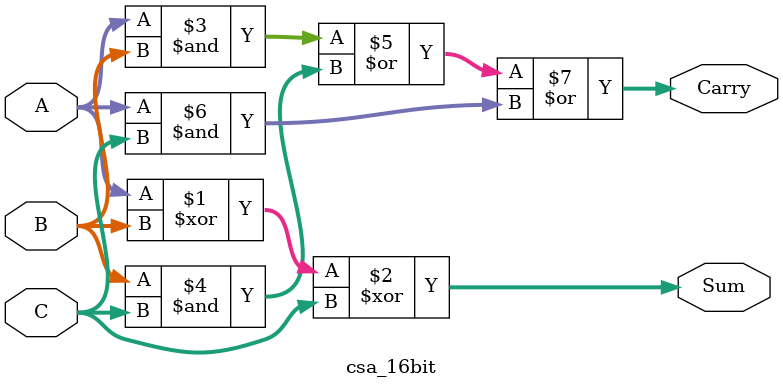
<source format=sv>
`timescale 1ns/1ps
module csa_16bit(
    input  logic [15:0] A,
    input  logic [15:0] B,
    input  logic [15:0] C,
    output logic [15:0] Sum,
    output logic [15:0] Carry
);

    assign Sum   = A ^ B ^ C;
    assign Carry = (A & B) | (B & C) | (A & C);

endmodule

</source>
